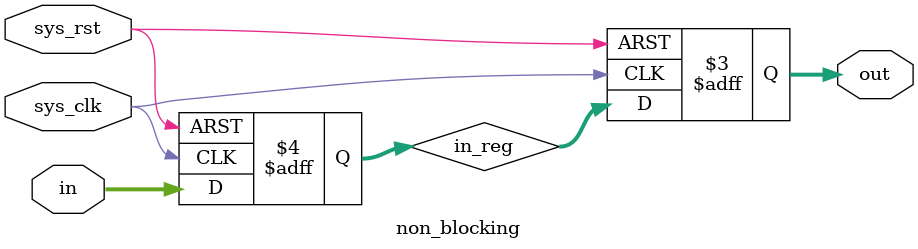
<source format=v>
module non_blocking
(
    input   wire            sys_clk,
    input   wire            sys_rst,
    input   wire    [1:0]   in     ,

    output  reg     [1:0]   out

);

reg [1:0]   in_reg;

always@(posedge sys_clk or negedge sys_rst)
    if(sys_rst == 1'b0)
        begin
            in_reg  <= 2'b0;
            out     <= 2'b0;
        
        end
    else
        begin
            in_reg  <= in;
            out     <= in_reg;
        end
endmodule    
</source>
